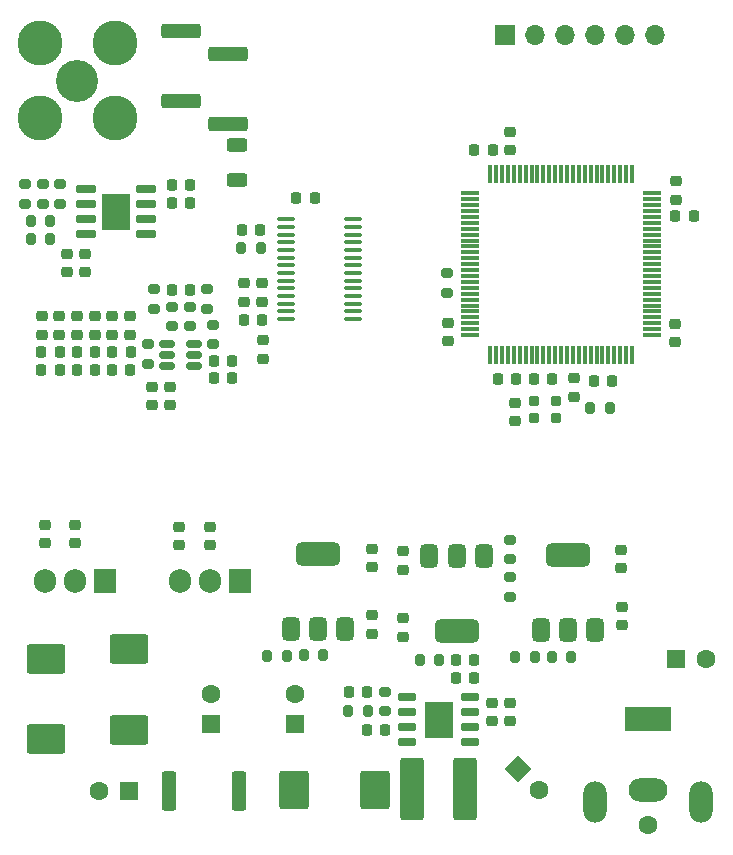
<source format=gbr>
%TF.GenerationSoftware,KiCad,Pcbnew,9.0.0-rc1-459-gb92bef8eee*%
%TF.CreationDate,2025-02-18T20:32:15+01:00*%
%TF.ProjectId,AWG101,41574731-3031-42e6-9b69-6361645f7063,rev?*%
%TF.SameCoordinates,Original*%
%TF.FileFunction,Soldermask,Top*%
%TF.FilePolarity,Negative*%
%FSLAX46Y46*%
G04 Gerber Fmt 4.6, Leading zero omitted, Abs format (unit mm)*
G04 Created by KiCad (PCBNEW 9.0.0-rc1-459-gb92bef8eee) date 2025-02-18 20:32:15*
%MOMM*%
%LPD*%
G01*
G04 APERTURE LIST*
G04 Aperture macros list*
%AMRoundRect*
0 Rectangle with rounded corners*
0 $1 Rounding radius*
0 $2 $3 $4 $5 $6 $7 $8 $9 X,Y pos of 4 corners*
0 Add a 4 corners polygon primitive as box body*
4,1,4,$2,$3,$4,$5,$6,$7,$8,$9,$2,$3,0*
0 Add four circle primitives for the rounded corners*
1,1,$1+$1,$2,$3*
1,1,$1+$1,$4,$5*
1,1,$1+$1,$6,$7*
1,1,$1+$1,$8,$9*
0 Add four rect primitives between the rounded corners*
20,1,$1+$1,$2,$3,$4,$5,0*
20,1,$1+$1,$4,$5,$6,$7,0*
20,1,$1+$1,$6,$7,$8,$9,0*
20,1,$1+$1,$8,$9,$2,$3,0*%
%AMRotRect*
0 Rectangle, with rotation*
0 The origin of the aperture is its center*
0 $1 length*
0 $2 width*
0 $3 Rotation angle, in degrees counterclockwise*
0 Add horizontal line*
21,1,$1,$2,0,0,$3*%
G04 Aperture macros list end*
%ADD10R,1.700000X1.700000*%
%ADD11O,1.700000X1.700000*%
%ADD12RoundRect,0.200000X0.200000X0.275000X-0.200000X0.275000X-0.200000X-0.275000X0.200000X-0.275000X0*%
%ADD13O,2.000000X3.500000*%
%ADD14O,3.300000X2.000000*%
%ADD15R,4.000000X2.000000*%
%ADD16C,1.600000*%
%ADD17RoundRect,0.100000X0.637500X0.100000X-0.637500X0.100000X-0.637500X-0.100000X0.637500X-0.100000X0*%
%ADD18RoundRect,0.150000X-0.737500X-0.150000X0.737500X-0.150000X0.737500X0.150000X-0.737500X0.150000X0*%
%ADD19R,2.400000X3.100000*%
%ADD20R,2.410000X3.100000*%
%ADD21RoundRect,0.150000X0.650000X0.150000X-0.650000X0.150000X-0.650000X-0.150000X0.650000X-0.150000X0*%
%ADD22RoundRect,0.250000X-0.625000X0.312500X-0.625000X-0.312500X0.625000X-0.312500X0.625000X0.312500X0*%
%ADD23RoundRect,0.200000X-0.275000X0.200000X-0.275000X-0.200000X0.275000X-0.200000X0.275000X0.200000X0*%
%ADD24RoundRect,0.250000X-1.425000X0.362500X-1.425000X-0.362500X1.425000X-0.362500X1.425000X0.362500X0*%
%ADD25RoundRect,0.225000X-0.225000X-0.250000X0.225000X-0.250000X0.225000X0.250000X-0.225000X0.250000X0*%
%ADD26RoundRect,0.225000X-0.250000X0.225000X-0.250000X-0.225000X0.250000X-0.225000X0.250000X0.225000X0*%
%ADD27RoundRect,0.225000X0.250000X-0.225000X0.250000X0.225000X-0.250000X0.225000X-0.250000X-0.225000X0*%
%ADD28RoundRect,0.225000X0.225000X0.250000X-0.225000X0.250000X-0.225000X-0.250000X0.225000X-0.250000X0*%
%ADD29RoundRect,0.218750X0.218750X0.256250X-0.218750X0.256250X-0.218750X-0.256250X0.218750X-0.256250X0*%
%ADD30RoundRect,0.200000X-0.200000X-0.275000X0.200000X-0.275000X0.200000X0.275000X-0.200000X0.275000X0*%
%ADD31RoundRect,0.250000X1.000000X-1.400000X1.000000X1.400000X-1.000000X1.400000X-1.000000X-1.400000X0*%
%ADD32RoundRect,0.200000X0.275000X-0.200000X0.275000X0.200000X-0.275000X0.200000X-0.275000X-0.200000X0*%
%ADD33RoundRect,0.250000X0.362500X1.425000X-0.362500X1.425000X-0.362500X-1.425000X0.362500X-1.425000X0*%
%ADD34RoundRect,0.250000X-1.400000X-1.000000X1.400000X-1.000000X1.400000X1.000000X-1.400000X1.000000X0*%
%ADD35RoundRect,0.200000X0.250000X-0.200000X0.250000X0.200000X-0.250000X0.200000X-0.250000X-0.200000X0*%
%ADD36RoundRect,0.375000X-0.375000X0.625000X-0.375000X-0.625000X0.375000X-0.625000X0.375000X0.625000X0*%
%ADD37RoundRect,0.500000X-1.400000X0.500000X-1.400000X-0.500000X1.400000X-0.500000X1.400000X0.500000X0*%
%ADD38R,1.600000X1.600000*%
%ADD39RoundRect,0.250000X1.400000X1.000000X-1.400000X1.000000X-1.400000X-1.000000X1.400000X-1.000000X0*%
%ADD40RoundRect,0.150000X0.512500X0.150000X-0.512500X0.150000X-0.512500X-0.150000X0.512500X-0.150000X0*%
%ADD41RoundRect,0.375000X0.375000X-0.625000X0.375000X0.625000X-0.375000X0.625000X-0.375000X-0.625000X0*%
%ADD42RoundRect,0.500000X1.400000X-0.500000X1.400000X0.500000X-1.400000X0.500000X-1.400000X-0.500000X0*%
%ADD43RoundRect,0.250000X1.425000X-0.362500X1.425000X0.362500X-1.425000X0.362500X-1.425000X-0.362500X0*%
%ADD44RotRect,1.600000X1.600000X315.000000*%
%ADD45R,1.905000X2.000000*%
%ADD46O,1.905000X2.000000*%
%ADD47RoundRect,0.307500X-0.717500X2.342500X-0.717500X-2.342500X0.717500X-2.342500X0.717500X2.342500X0*%
%ADD48RoundRect,0.218750X-0.218750X-0.256250X0.218750X-0.256250X0.218750X0.256250X-0.218750X0.256250X0*%
%ADD49RoundRect,0.075000X0.075000X-0.725000X0.075000X0.725000X-0.075000X0.725000X-0.075000X-0.725000X0*%
%ADD50RoundRect,0.075000X0.725000X-0.075000X0.725000X0.075000X-0.725000X0.075000X-0.725000X-0.075000X0*%
%ADD51C,3.556000*%
%ADD52C,3.810000*%
G04 APERTURE END LIST*
D10*
%TO.C,J5*%
X72420000Y-98400000D03*
D11*
X74960000Y-98400000D03*
X77500000Y-98400000D03*
X80040000Y-98400000D03*
X82580000Y-98400000D03*
X85120000Y-98400000D03*
%TD*%
D12*
%TO.C,R7*%
X81325000Y-130000000D03*
X79675000Y-130000000D03*
%TD*%
D13*
%TO.C,J3*%
X89050000Y-163300000D03*
X80050000Y-163300000D03*
D14*
X84550000Y-162300000D03*
D15*
X84550000Y-156300000D03*
D16*
X84550000Y-165300000D03*
%TD*%
D17*
%TO.C,U3*%
X53875000Y-122450000D03*
X53875000Y-121800000D03*
X53875000Y-121150000D03*
X53875000Y-120500000D03*
X53875000Y-119850000D03*
X53875000Y-119200000D03*
X53875000Y-118550000D03*
X53875000Y-117900000D03*
X53875000Y-117250000D03*
X53875000Y-116600000D03*
X53875000Y-115950000D03*
X53875000Y-115300000D03*
X53875000Y-114650000D03*
X53875000Y-114000000D03*
X59600000Y-114000000D03*
X59600000Y-114650000D03*
X59600000Y-115300000D03*
X59600000Y-115950000D03*
X59600000Y-116600000D03*
X59600000Y-117250000D03*
X59600000Y-117900000D03*
X59600000Y-118550000D03*
X59600000Y-119200000D03*
X59600000Y-119850000D03*
X59600000Y-120500000D03*
X59600000Y-121150000D03*
X59600000Y-121800000D03*
X59600000Y-122450000D03*
%TD*%
D18*
%TO.C,U5*%
X42062501Y-111465000D03*
X42062500Y-112735000D03*
X42062500Y-114005000D03*
X42062501Y-115275000D03*
X36937499Y-115275000D03*
X36937500Y-114005000D03*
X36937500Y-112735000D03*
X36937499Y-111465000D03*
D19*
X39500000Y-113370000D03*
%TD*%
D20*
%TO.C,U11*%
X66830800Y-156387800D03*
D21*
X64180800Y-158292799D03*
X64180800Y-157022800D03*
X64180800Y-155752800D03*
X64180800Y-154482801D03*
X69480800Y-154482801D03*
X69480800Y-155752800D03*
X69480800Y-157022800D03*
X69480800Y-158292799D03*
%TD*%
D22*
%TO.C,R46*%
X49800000Y-107737500D03*
X49800000Y-110662500D03*
%TD*%
D23*
%TO.C,R17*%
X47750000Y-122925000D03*
X47750000Y-124575000D03*
%TD*%
D24*
%TO.C,R21*%
X49000000Y-100037500D03*
X49000000Y-105962500D03*
%TD*%
D25*
%TO.C,C9*%
X86875000Y-113750000D03*
X88425000Y-113750000D03*
%TD*%
D26*
%TO.C,C15*%
X73300000Y-129550000D03*
X73300000Y-131100000D03*
%TD*%
%TO.C,C7*%
X82300000Y-141975000D03*
X82300000Y-143525000D03*
%TD*%
D12*
%TO.C,R27*%
X66875000Y-151350000D03*
X65225000Y-151350000D03*
%TD*%
D26*
%TO.C,C1*%
X51950000Y-124250000D03*
X51950000Y-125800000D03*
%TD*%
D27*
%TO.C,C28*%
X33212500Y-123775000D03*
X33212500Y-122225000D03*
%TD*%
D28*
%TO.C,C27*%
X34737500Y-125250000D03*
X33187500Y-125250000D03*
%TD*%
D29*
%TO.C,L1*%
X40750001Y-125250000D03*
X39174999Y-125250000D03*
%TD*%
D26*
%TO.C,C48*%
X63849999Y-142125000D03*
X63849999Y-143675000D03*
%TD*%
D27*
%TO.C,C26*%
X34712500Y-123775000D03*
X34712500Y-122225000D03*
%TD*%
D30*
%TO.C,R28*%
X59175000Y-155600000D03*
X60825000Y-155600000D03*
%TD*%
D26*
%TO.C,C13*%
X86900000Y-110775000D03*
X86900000Y-112325000D03*
%TD*%
D29*
%TO.C,L2*%
X37750000Y-125250000D03*
X36174998Y-125250000D03*
%TD*%
D31*
%TO.C,D1*%
X54600000Y-162356800D03*
X61400000Y-162356800D03*
%TD*%
D28*
%TO.C,C22*%
X40737500Y-126750000D03*
X39187500Y-126750000D03*
%TD*%
D25*
%TO.C,C50*%
X44225000Y-112600000D03*
X45775000Y-112600000D03*
%TD*%
D26*
%TO.C,C40*%
X36900000Y-116925000D03*
X36900000Y-118475000D03*
%TD*%
%TO.C,C4*%
X50350000Y-119425000D03*
X50350000Y-120975000D03*
%TD*%
D27*
%TO.C,C21*%
X39212500Y-123775000D03*
X39212500Y-122225000D03*
%TD*%
D32*
%TO.C,R15*%
X47250000Y-121575000D03*
X47250000Y-119925000D03*
%TD*%
D12*
%TO.C,R8*%
X33925000Y-115670000D03*
X32275000Y-115670000D03*
%TD*%
D33*
%TO.C,R30*%
X49962500Y-162400000D03*
X44037500Y-162400000D03*
%TD*%
D34*
%TO.C,D2*%
X33600000Y-151200000D03*
X33600000Y-158000000D03*
%TD*%
D27*
%TO.C,C25*%
X36212500Y-123775000D03*
X36212500Y-122225000D03*
%TD*%
D28*
%TO.C,C29*%
X69836400Y-152806400D03*
X68286400Y-152806400D03*
%TD*%
D23*
%TO.C,R4*%
X72850000Y-141125000D03*
X72850000Y-142775000D03*
%TD*%
D27*
%TO.C,C20*%
X40712500Y-123775000D03*
X40712500Y-122225000D03*
%TD*%
%TO.C,C44*%
X61200000Y-149075000D03*
X61200000Y-147525000D03*
%TD*%
D26*
%TO.C,C52*%
X42550000Y-128175000D03*
X42550000Y-129725000D03*
%TD*%
D25*
%TO.C,C37*%
X59225000Y-154000000D03*
X60775000Y-154000000D03*
%TD*%
D35*
%TO.C,X1*%
X74875000Y-130850001D03*
X76725000Y-130850001D03*
X76725000Y-129400001D03*
X74875000Y-129400001D03*
%TD*%
D28*
%TO.C,C35*%
X73375000Y-127500000D03*
X71825000Y-127500000D03*
%TD*%
D36*
%TO.C,U14*%
X70650000Y-142550000D03*
X68350000Y-142550001D03*
D37*
X68350000Y-148849999D03*
D36*
X66050000Y-142550000D03*
%TD*%
D28*
%TO.C,C14*%
X76425000Y-127500000D03*
X74875000Y-127500000D03*
%TD*%
D27*
%TO.C,C42*%
X72884400Y-156463999D03*
X72884400Y-154913999D03*
%TD*%
D38*
%TO.C,C18*%
X47545103Y-156704897D03*
D16*
X47545103Y-154204897D03*
%TD*%
D27*
%TO.C,C11*%
X67600000Y-124325000D03*
X67600000Y-122775000D03*
%TD*%
D26*
%TO.C,C12*%
X86850000Y-122825000D03*
X86850000Y-124375000D03*
%TD*%
D39*
%TO.C,D3*%
X40600000Y-157200000D03*
X40600000Y-150400000D03*
%TD*%
D12*
%TO.C,R44*%
X33925000Y-114170000D03*
X32275000Y-114170000D03*
%TD*%
D25*
%TO.C,C54*%
X47800000Y-126000000D03*
X49350000Y-126000000D03*
%TD*%
D26*
%TO.C,C43*%
X71360400Y-154927000D03*
X71360400Y-156477000D03*
%TD*%
D38*
%TO.C,C32*%
X86967621Y-151200000D03*
D16*
X89467621Y-151200000D03*
%TD*%
D40*
%TO.C,U8*%
X46137500Y-126449999D03*
X46137500Y-125500000D03*
X46137500Y-124550001D03*
X43862500Y-124550001D03*
X43862500Y-125500000D03*
X43862500Y-126449999D03*
%TD*%
D32*
%TO.C,R36*%
X72850000Y-145975000D03*
X72850000Y-144325000D03*
%TD*%
D30*
%TO.C,R32*%
X52300000Y-150950000D03*
X53950000Y-150950000D03*
%TD*%
D32*
%TO.C,R2*%
X31825000Y-112700000D03*
X31825000Y-111050000D03*
%TD*%
D41*
%TO.C,U9*%
X75500000Y-148750000D03*
X77800000Y-148749999D03*
D42*
X77800000Y-142450001D03*
D41*
X80100000Y-148750000D03*
%TD*%
D32*
%TO.C,R16*%
X45750000Y-123075000D03*
X45750000Y-121425000D03*
%TD*%
D43*
%TO.C,R22*%
X45000000Y-103962500D03*
X45000000Y-98037500D03*
%TD*%
D27*
%TO.C,C8*%
X72850000Y-108125000D03*
X72850000Y-106575000D03*
%TD*%
D26*
%TO.C,C38*%
X44860000Y-140050000D03*
X44860000Y-141600000D03*
%TD*%
%TO.C,C45*%
X61200000Y-141925000D03*
X61200000Y-143475000D03*
%TD*%
D30*
%TO.C,R9*%
X50125000Y-116400000D03*
X51775000Y-116400000D03*
%TD*%
D26*
%TO.C,C19*%
X47460000Y-140025000D03*
X47460000Y-141575000D03*
%TD*%
D12*
%TO.C,R31*%
X57050000Y-150900000D03*
X55400000Y-150900000D03*
%TD*%
D41*
%TO.C,U12*%
X54300000Y-148650000D03*
X56600000Y-148649999D03*
D42*
X56600000Y-142350001D03*
D41*
X58900000Y-148650000D03*
%TD*%
D26*
%TO.C,C39*%
X35400000Y-116925000D03*
X35400000Y-118475000D03*
%TD*%
D23*
%TO.C,R45*%
X34800000Y-111045000D03*
X34800000Y-112695000D03*
%TD*%
D28*
%TO.C,C31*%
X62280200Y-157226000D03*
X60730200Y-157226000D03*
%TD*%
D27*
%TO.C,C6*%
X82325000Y-148375000D03*
X82325000Y-146825000D03*
%TD*%
D28*
%TO.C,C24*%
X37737500Y-126750000D03*
X36187500Y-126750000D03*
%TD*%
D44*
%TO.C,C41*%
X73544800Y-160578800D03*
D16*
X75312567Y-162346567D03*
%TD*%
D25*
%TO.C,C51*%
X44225000Y-111100000D03*
X45775000Y-111100000D03*
%TD*%
D27*
%TO.C,C49*%
X63850000Y-149325000D03*
X63850000Y-147775000D03*
%TD*%
D28*
%TO.C,C33*%
X51725000Y-114900000D03*
X50175000Y-114900000D03*
%TD*%
D32*
%TO.C,R14*%
X42750000Y-121575000D03*
X42750000Y-119925000D03*
%TD*%
D38*
%TO.C,C17*%
X40582380Y-162400000D03*
D16*
X38082380Y-162400000D03*
%TD*%
D26*
%TO.C,C36*%
X78250000Y-127475000D03*
X78250000Y-129025000D03*
%TD*%
D12*
%TO.C,R5*%
X78048700Y-151043000D03*
X76398700Y-151043000D03*
%TD*%
D38*
%TO.C,C16*%
X54647200Y-156731980D03*
D16*
X54647200Y-154231980D03*
%TD*%
D45*
%TO.C,U15*%
X38600000Y-144600000D03*
D46*
X36060000Y-144600000D03*
X33520001Y-144600000D03*
%TD*%
D32*
%TO.C,R29*%
X62267199Y-155663400D03*
X62267199Y-154013400D03*
%TD*%
D28*
%TO.C,C2*%
X51875000Y-122500000D03*
X50325000Y-122500000D03*
%TD*%
D47*
%TO.C,L4*%
X69039200Y-162255200D03*
X64589200Y-162255200D03*
%TD*%
D32*
%TO.C,R11*%
X67550000Y-120225000D03*
X67550000Y-118575000D03*
%TD*%
D29*
%TO.C,L3*%
X34750001Y-126750000D03*
X33174999Y-126750000D03*
%TD*%
D32*
%TO.C,R43*%
X33300000Y-112695000D03*
X33300000Y-111045000D03*
%TD*%
D27*
%TO.C,C23*%
X37712500Y-123775000D03*
X37712500Y-122225000D03*
%TD*%
D28*
%TO.C,C30*%
X69836400Y-151333200D03*
X68286400Y-151333200D03*
%TD*%
D48*
%TO.C,FB3*%
X54774998Y-112225000D03*
X56350000Y-112225000D03*
%TD*%
D26*
%TO.C,C47*%
X33460000Y-139850000D03*
X33460000Y-141400000D03*
%TD*%
%TO.C,C46*%
X36060000Y-139850000D03*
X36060000Y-141400000D03*
%TD*%
D25*
%TO.C,C55*%
X47800000Y-127475000D03*
X49350000Y-127475000D03*
%TD*%
D26*
%TO.C,C53*%
X44050000Y-128175000D03*
X44050000Y-129725000D03*
%TD*%
D49*
%TO.C,U6*%
X71200000Y-125475000D03*
X71700000Y-125475000D03*
X72200001Y-125475000D03*
X72700000Y-125475000D03*
X73199999Y-125475000D03*
X73700000Y-125475000D03*
X74200000Y-125475000D03*
X74700001Y-125475000D03*
X75200000Y-125475000D03*
X75700000Y-125475000D03*
X76200000Y-125475000D03*
X76700000Y-125475000D03*
X77200000Y-125475001D03*
X77700000Y-125475000D03*
X78200000Y-125475000D03*
X78700000Y-125475000D03*
X79200000Y-125475000D03*
X79699999Y-125475000D03*
X80200000Y-125475000D03*
X80700000Y-125475000D03*
X81200001Y-125475000D03*
X81700000Y-125475000D03*
X82199999Y-125475000D03*
X82700000Y-125475000D03*
X83200000Y-125475000D03*
D50*
X84875000Y-123800000D03*
X84875000Y-123300000D03*
X84875000Y-122799999D03*
X84875000Y-122300000D03*
X84875000Y-121800001D03*
X84875000Y-121300000D03*
X84875000Y-120800000D03*
X84875000Y-120299999D03*
X84875000Y-119800000D03*
X84875000Y-119300000D03*
X84875000Y-118800000D03*
X84875000Y-118300000D03*
X84875001Y-117800000D03*
X84875000Y-117300000D03*
X84875000Y-116800000D03*
X84875000Y-116300000D03*
X84875000Y-115800000D03*
X84875000Y-115300001D03*
X84875000Y-114800000D03*
X84875000Y-114300000D03*
X84875000Y-113799999D03*
X84875000Y-113300000D03*
X84875000Y-112800001D03*
X84875000Y-112300000D03*
X84875000Y-111800000D03*
D49*
X83200000Y-110125000D03*
X82700000Y-110125000D03*
X82199999Y-110125000D03*
X81700000Y-110125000D03*
X81200001Y-110125000D03*
X80700000Y-110125000D03*
X80200000Y-110125000D03*
X79699999Y-110125000D03*
X79200000Y-110125000D03*
X78700000Y-110125000D03*
X78200000Y-110125000D03*
X77700000Y-110125000D03*
X77200000Y-110124999D03*
X76700000Y-110125000D03*
X76200000Y-110125000D03*
X75700000Y-110125000D03*
X75200000Y-110125000D03*
X74700001Y-110125000D03*
X74200000Y-110125000D03*
X73700000Y-110125000D03*
X73199999Y-110125000D03*
X72700000Y-110125000D03*
X72200001Y-110125000D03*
X71700000Y-110125000D03*
X71200000Y-110125000D03*
D50*
X69525000Y-111800000D03*
X69525000Y-112300000D03*
X69525000Y-112800001D03*
X69525000Y-113300000D03*
X69525000Y-113799999D03*
X69525000Y-114300000D03*
X69525000Y-114800000D03*
X69525000Y-115300001D03*
X69525000Y-115800000D03*
X69525000Y-116300000D03*
X69525000Y-116800000D03*
X69525000Y-117300000D03*
X69524999Y-117800000D03*
X69525000Y-118300000D03*
X69525000Y-118800000D03*
X69525000Y-119300000D03*
X69525000Y-119800000D03*
X69525000Y-120299999D03*
X69525000Y-120800000D03*
X69525000Y-121300000D03*
X69525000Y-121800001D03*
X69525000Y-122300000D03*
X69525000Y-122799999D03*
X69525000Y-123300000D03*
X69525000Y-123800000D03*
%TD*%
D25*
%TO.C,C34*%
X44225000Y-120000000D03*
X45775000Y-120000000D03*
%TD*%
D45*
%TO.C,U10*%
X50000000Y-144600000D03*
D46*
X47460000Y-144600000D03*
X44920001Y-144600000D03*
%TD*%
D25*
%TO.C,C10*%
X69850000Y-108125000D03*
X71400000Y-108125000D03*
%TD*%
D32*
%TO.C,R18*%
X44250000Y-123075000D03*
X44250000Y-121425000D03*
%TD*%
%TO.C,R19*%
X42200000Y-126225000D03*
X42200000Y-124575000D03*
%TD*%
D26*
%TO.C,C3*%
X51850000Y-119425000D03*
X51850000Y-120975000D03*
%TD*%
D30*
%TO.C,R6*%
X73298700Y-151043000D03*
X74948700Y-151043000D03*
%TD*%
D28*
%TO.C,C5*%
X81550000Y-127675000D03*
X80000000Y-127675000D03*
%TD*%
D51*
%TO.C,J1*%
X36250000Y-102250000D03*
D52*
X33075000Y-99075000D03*
X33075000Y-105425000D03*
X39425000Y-99075000D03*
X39425000Y-105425000D03*
%TD*%
M02*

</source>
